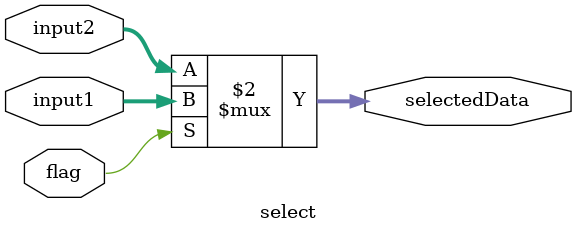
<source format=v>
module select(
    input [4:0] input1,input2,
    input flag,
    output [4:0] selectedData
);
assign selectedData=(flag==1) ? input1:input2;
endmodule 

</source>
